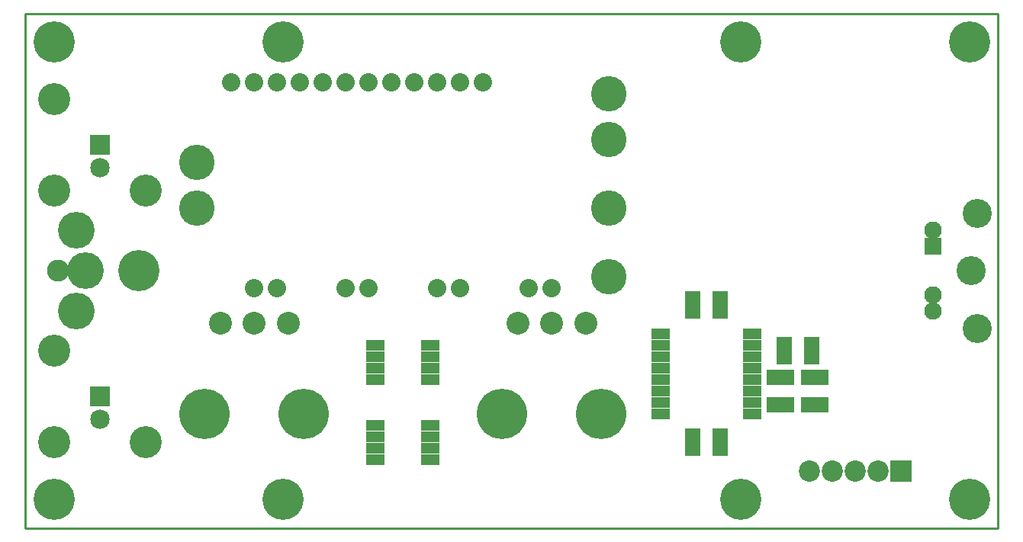
<source format=gts>
G04 (created by PCBNEW-RS274X (2011-05-25)-stable) date Thu 26 Sep 2013 02:57:48 PM EDT*
G01*
G70*
G90*
%MOIN*%
G04 Gerber Fmt 3.4, Leading zero omitted, Abs format*
%FSLAX34Y34*%
G04 APERTURE LIST*
%ADD10C,0.006000*%
%ADD11C,0.009000*%
%ADD12C,0.127000*%
%ADD13C,0.076000*%
%ADD14R,0.076000X0.076000*%
%ADD15C,0.180000*%
%ADD16C,0.080000*%
%ADD17R,0.080000X0.045000*%
%ADD18R,0.070000X0.120000*%
%ADD19R,0.120000X0.070000*%
%ADD20C,0.220000*%
%ADD21C,0.100000*%
%ADD22C,0.096000*%
%ADD23C,0.160000*%
%ADD24C,0.140000*%
%ADD25R,0.085000X0.085000*%
%ADD26C,0.085000*%
%ADD27C,0.093000*%
%ADD28R,0.093000X0.093000*%
%ADD29C,0.155000*%
G04 APERTURE END LIST*
G54D10*
G54D11*
X29500Y-30500D02*
X29500Y-53000D01*
X72000Y-30500D02*
X29500Y-30500D01*
X72000Y-53000D02*
X72000Y-30500D01*
X29500Y-53000D02*
X72000Y-53000D01*
G54D12*
X71090Y-44270D03*
X71090Y-39230D03*
G54D13*
X69170Y-43520D03*
X69170Y-39980D03*
X69170Y-42815D03*
G54D14*
X69170Y-40685D03*
G54D12*
X70820Y-41750D03*
G54D15*
X30750Y-51750D03*
X40750Y-51750D03*
X30750Y-31750D03*
X60750Y-51750D03*
X70750Y-31750D03*
X70750Y-51750D03*
G54D16*
X44500Y-42500D03*
X43500Y-42500D03*
X40500Y-42500D03*
X39500Y-42500D03*
X47500Y-42500D03*
X48500Y-42500D03*
X51500Y-42500D03*
X52500Y-42500D03*
X38500Y-33500D03*
X39500Y-33500D03*
X40500Y-33500D03*
X41500Y-33500D03*
X42500Y-33500D03*
X43500Y-33500D03*
X44500Y-33500D03*
X45500Y-33500D03*
X46500Y-33500D03*
X47500Y-33500D03*
X48500Y-33500D03*
X49500Y-33500D03*
G54D17*
X57250Y-44500D03*
X57250Y-45000D03*
X57250Y-45500D03*
X57250Y-46000D03*
X57250Y-46500D03*
X57250Y-47000D03*
X57250Y-47500D03*
X57250Y-48000D03*
X61250Y-48000D03*
X61250Y-47500D03*
X61250Y-47000D03*
X61250Y-46500D03*
X61250Y-46000D03*
X61250Y-45500D03*
X61250Y-45000D03*
X61250Y-44500D03*
G54D18*
X59850Y-43250D03*
X58650Y-43250D03*
X63850Y-45250D03*
X62650Y-45250D03*
X59850Y-49250D03*
X58650Y-49250D03*
G54D19*
X64000Y-47600D03*
X64000Y-46400D03*
X62500Y-47600D03*
X62500Y-46400D03*
G54D20*
X41670Y-48000D03*
X37330Y-48000D03*
G54D21*
X39500Y-44060D03*
X40980Y-44060D03*
X38020Y-44060D03*
G54D20*
X54670Y-48000D03*
X50330Y-48000D03*
G54D21*
X52500Y-44060D03*
X53980Y-44060D03*
X51020Y-44060D03*
G54D15*
X40750Y-31750D03*
G54D22*
X30930Y-41750D03*
G54D23*
X32110Y-41750D03*
G54D15*
X34470Y-41750D03*
G54D23*
X31720Y-39980D03*
X31720Y-43520D03*
G54D24*
X30750Y-38250D03*
X30750Y-34250D03*
G54D25*
X32750Y-36250D03*
G54D26*
X32750Y-37250D03*
G54D24*
X34750Y-38250D03*
X30750Y-49250D03*
X30750Y-45250D03*
G54D25*
X32750Y-47250D03*
G54D26*
X32750Y-48250D03*
G54D24*
X34750Y-49250D03*
G54D27*
X66750Y-50500D03*
X65750Y-50500D03*
G54D28*
X67750Y-50500D03*
G54D27*
X64750Y-50500D03*
X63750Y-50500D03*
G54D15*
X60750Y-31750D03*
G54D29*
X37000Y-39000D03*
X37000Y-37000D03*
X55000Y-34000D03*
X55000Y-36000D03*
X55000Y-39000D03*
X55000Y-42000D03*
G54D17*
X44800Y-45000D03*
X44800Y-45500D03*
X44800Y-46000D03*
X44800Y-46500D03*
X47200Y-46500D03*
X47200Y-46000D03*
X47200Y-45500D03*
X47200Y-45000D03*
X44800Y-48500D03*
X44800Y-49000D03*
X44800Y-49500D03*
X44800Y-50000D03*
X47200Y-50000D03*
X47200Y-49500D03*
X47200Y-49000D03*
X47200Y-48500D03*
M02*

</source>
